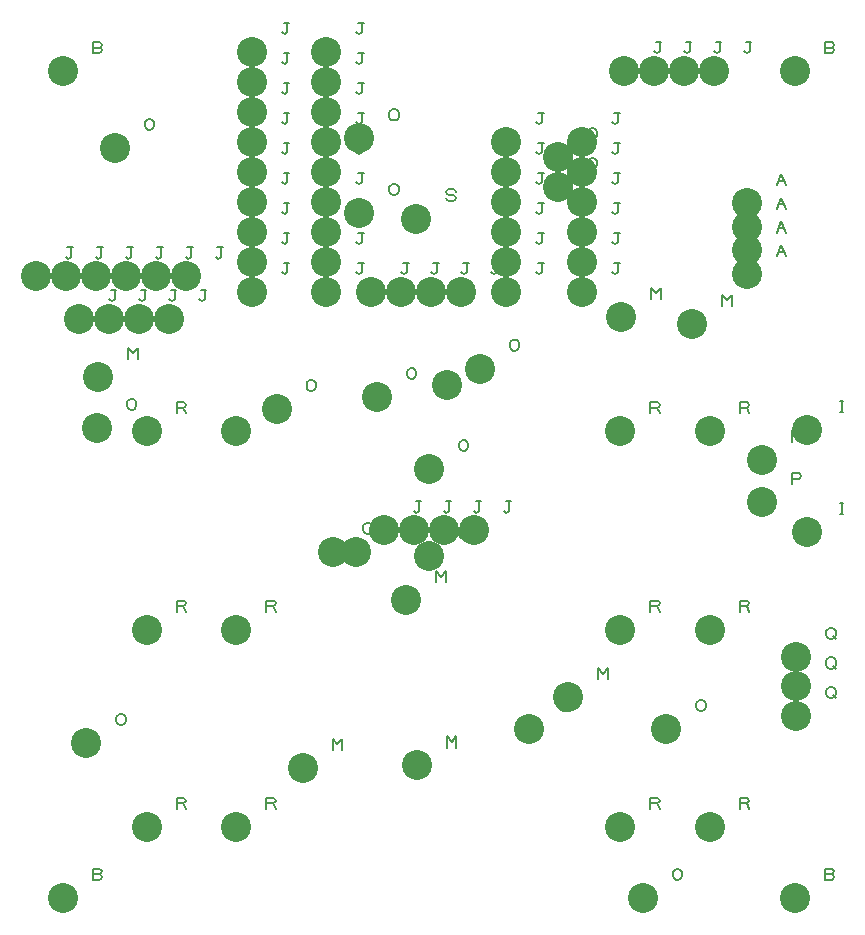
<source format=gbr>
G04 DesignSpark PCB Gerber Version 10.0 Build 5299*
%FSLAX35Y35*%
%MOMM*%
%ADD10C,0.12700*%
%ADD25C,2.54000*%
X0Y0D02*
D02*
D10*
X1369240Y6541930D02*
X1377180Y6533990D01*
X1393050Y6526050D01*
X1408930Y6533990D01*
X1416870Y6541930D01*
Y6621300D01*
X1432740D01*
X1416870D02*
X1385120D01*
X1654800Y1313680D02*
X1670680Y1305740D01*
X1678620Y1289870D01*
X1670680Y1273990D01*
X1654800Y1266050D01*
X1599240D01*
Y1361300D01*
X1654800D01*
X1670680Y1353370D01*
X1678620Y1337490D01*
X1670680Y1321620D01*
X1654800Y1313680D01*
X1599240D01*
X1654800Y8313680D02*
X1670680Y8305740D01*
X1678620Y8289870D01*
X1670680Y8273990D01*
X1654800Y8266050D01*
X1599240D01*
Y8361300D01*
X1654800D01*
X1670680Y8353370D01*
X1678620Y8337490D01*
X1670680Y8321620D01*
X1654800Y8313680D01*
X1599240D01*
X1623240Y6541930D02*
X1631180Y6533990D01*
X1647050Y6526050D01*
X1662930Y6533990D01*
X1670870Y6541930D01*
Y6621300D01*
X1686740D01*
X1670870D02*
X1639120D01*
X1736070Y6181930D02*
X1744010Y6173990D01*
X1759880Y6166050D01*
X1775760Y6173990D01*
X1783700Y6181930D01*
Y6261300D01*
X1799570D01*
X1783700D02*
X1751950D01*
X1799240Y2607800D02*
Y2639550D01*
X1807180Y2655430D01*
X1815120Y2663370D01*
X1830990Y2671300D01*
X1846870D01*
X1862740Y2663370D01*
X1870680Y2655430D01*
X1878620Y2639550D01*
Y2607800D01*
X1870680Y2591930D01*
X1862740Y2583990D01*
X1846870Y2576050D01*
X1830990D01*
X1815120Y2583990D01*
X1807180Y2591930D01*
X1799240Y2607800D01*
X1877240Y6541930D02*
X1885180Y6533990D01*
X1901050Y6526050D01*
X1916930Y6533990D01*
X1924870Y6541930D01*
Y6621300D01*
X1940740D01*
X1924870D02*
X1893120D01*
X1889240Y5277800D02*
Y5309550D01*
X1897180Y5325430D01*
X1905120Y5333370D01*
X1920990Y5341300D01*
X1936870D01*
X1952740Y5333370D01*
X1960680Y5325430D01*
X1968620Y5309550D01*
Y5277800D01*
X1960680Y5261930D01*
X1952740Y5253990D01*
X1936870Y5246050D01*
X1920990D01*
X1905120Y5253990D01*
X1897180Y5261930D01*
X1889240Y5277800D01*
X1899240Y5676050D02*
Y5771300D01*
X1938930Y5723680D01*
X1978620Y5771300D01*
Y5676050D01*
X1990070Y6181930D02*
X1998010Y6173990D01*
X2013880Y6166050D01*
X2029760Y6173990D01*
X2037700Y6181930D01*
Y6261300D01*
X2053570D01*
X2037700D02*
X2005950D01*
X2039240Y7647800D02*
Y7679550D01*
X2047180Y7695430D01*
X2055120Y7703370D01*
X2070990Y7711300D01*
X2086870D01*
X2102740Y7703370D01*
X2110680Y7695430D01*
X2118620Y7679550D01*
Y7647800D01*
X2110680Y7631930D01*
X2102740Y7623990D01*
X2086870Y7616050D01*
X2070990D01*
X2055120Y7623990D01*
X2047180Y7631930D01*
X2039240Y7647800D01*
X2131240Y6541930D02*
X2139180Y6533990D01*
X2155050Y6526050D01*
X2170930Y6533990D01*
X2178870Y6541930D01*
Y6621300D01*
X2194740D01*
X2178870D02*
X2147120D01*
X2244070Y6181930D02*
X2252010Y6173990D01*
X2267880Y6166050D01*
X2283760Y6173990D01*
X2291700Y6181930D01*
Y6261300D01*
X2307570D01*
X2291700D02*
X2259950D01*
X2309240Y1866050D02*
Y1961300D01*
X2364800D01*
X2380680Y1953370D01*
X2388620Y1937490D01*
X2380680Y1921620D01*
X2364800Y1913680D01*
X2309240D01*
X2364800D02*
X2388620Y1866050D01*
X2309240Y3536050D02*
Y3631300D01*
X2364800D01*
X2380680Y3623370D01*
X2388620Y3607490D01*
X2380680Y3591620D01*
X2364800Y3583680D01*
X2309240D01*
X2364800D02*
X2388620Y3536050D01*
X2309240Y5216050D02*
Y5311300D01*
X2364800D01*
X2380680Y5303370D01*
X2388620Y5287490D01*
X2380680Y5271620D01*
X2364800Y5263680D01*
X2309240D01*
X2364800D02*
X2388620Y5216050D01*
X2385240Y6541930D02*
X2393180Y6533990D01*
X2409050Y6526050D01*
X2424930Y6533990D01*
X2432870Y6541930D01*
Y6621300D01*
X2448740D01*
X2432870D02*
X2401120D01*
X2498070Y6181930D02*
X2506010Y6173990D01*
X2521880Y6166050D01*
X2537760Y6173990D01*
X2545700Y6181930D01*
Y6261300D01*
X2561570D01*
X2545700D02*
X2513950D01*
X2639240Y6541930D02*
X2647180Y6533990D01*
X2663050Y6526050D01*
X2678930Y6533990D01*
X2686870Y6541930D01*
Y6621300D01*
X2702740D01*
X2686870D02*
X2655120D01*
X3069240Y1866050D02*
Y1961300D01*
X3124800D01*
X3140680Y1953370D01*
X3148620Y1937490D01*
X3140680Y1921620D01*
X3124800Y1913680D01*
X3069240D01*
X3124800D02*
X3148620Y1866050D01*
X3069240Y3536050D02*
Y3631300D01*
X3124800D01*
X3140680Y3623370D01*
X3148620Y3607490D01*
X3140680Y3591620D01*
X3124800Y3583680D01*
X3069240D01*
X3124800D02*
X3148620Y3536050D01*
X3069240Y5216050D02*
Y5311300D01*
X3124800D01*
X3140680Y5303370D01*
X3148620Y5287490D01*
X3140680Y5271620D01*
X3124800Y5263680D01*
X3069240D01*
X3124800D02*
X3148620Y5216050D01*
X3199240Y6409930D02*
X3207180Y6401990D01*
X3223050Y6394050D01*
X3238930Y6401990D01*
X3246870Y6409930D01*
Y6489300D01*
X3262740D01*
X3246870D02*
X3215120D01*
X3199240Y6663930D02*
X3207180Y6655990D01*
X3223050Y6648050D01*
X3238930Y6655990D01*
X3246870Y6663930D01*
Y6743300D01*
X3262740D01*
X3246870D02*
X3215120D01*
X3199240Y6917930D02*
X3207180Y6909990D01*
X3223050Y6902050D01*
X3238930Y6909990D01*
X3246870Y6917930D01*
Y6997300D01*
X3262740D01*
X3246870D02*
X3215120D01*
X3199240Y7171930D02*
X3207180Y7163990D01*
X3223050Y7156050D01*
X3238930Y7163990D01*
X3246870Y7171930D01*
Y7251300D01*
X3262740D01*
X3246870D02*
X3215120D01*
X3199240Y7425930D02*
X3207180Y7417990D01*
X3223050Y7410050D01*
X3238930Y7417990D01*
X3246870Y7425930D01*
Y7505300D01*
X3262740D01*
X3246870D02*
X3215120D01*
X3199240Y7679930D02*
X3207180Y7671990D01*
X3223050Y7664050D01*
X3238930Y7671990D01*
X3246870Y7679930D01*
Y7759300D01*
X3262740D01*
X3246870D02*
X3215120D01*
X3199240Y7933930D02*
X3207180Y7925990D01*
X3223050Y7918050D01*
X3238930Y7925990D01*
X3246870Y7933930D01*
Y8013300D01*
X3262740D01*
X3246870D02*
X3215120D01*
X3199240Y8187930D02*
X3207180Y8179990D01*
X3223050Y8172050D01*
X3238930Y8179990D01*
X3246870Y8187930D01*
Y8267300D01*
X3262740D01*
X3246870D02*
X3215120D01*
X3199240Y8441930D02*
X3207180Y8433990D01*
X3223050Y8426050D01*
X3238930Y8433990D01*
X3246870Y8441930D01*
Y8521300D01*
X3262740D01*
X3246870D02*
X3215120D01*
X3409240Y5437800D02*
Y5469550D01*
X3417180Y5485430D01*
X3425120Y5493370D01*
X3440990Y5501300D01*
X3456870D01*
X3472740Y5493370D01*
X3480680Y5485430D01*
X3488620Y5469550D01*
Y5437800D01*
X3480680Y5421930D01*
X3472740Y5413990D01*
X3456870Y5406050D01*
X3440990D01*
X3425120Y5413990D01*
X3417180Y5421930D01*
X3409240Y5437800D01*
X3629240Y2366050D02*
Y2461300D01*
X3668930Y2413680D01*
X3708620Y2461300D01*
Y2366050D01*
X3829240Y6409930D02*
X3837180Y6401990D01*
X3853050Y6394050D01*
X3868930Y6401990D01*
X3876870Y6409930D01*
Y6489300D01*
X3892740D01*
X3876870D02*
X3845120D01*
X3829240Y6663930D02*
X3837180Y6655990D01*
X3853050Y6648050D01*
X3868930Y6655990D01*
X3876870Y6663930D01*
Y6743300D01*
X3892740D01*
X3876870D02*
X3845120D01*
X3829240Y6917930D02*
X3837180Y6909990D01*
X3853050Y6902050D01*
X3868930Y6909990D01*
X3876870Y6917930D01*
Y6997300D01*
X3892740D01*
X3876870D02*
X3845120D01*
X3829240Y7171930D02*
X3837180Y7163990D01*
X3853050Y7156050D01*
X3868930Y7163990D01*
X3876870Y7171930D01*
Y7251300D01*
X3892740D01*
X3876870D02*
X3845120D01*
X3829240Y7425930D02*
X3837180Y7417990D01*
X3853050Y7410050D01*
X3868930Y7417990D01*
X3876870Y7425930D01*
Y7505300D01*
X3892740D01*
X3876870D02*
X3845120D01*
X3829240Y7679930D02*
X3837180Y7671990D01*
X3853050Y7664050D01*
X3868930Y7671990D01*
X3876870Y7679930D01*
Y7759300D01*
X3892740D01*
X3876870D02*
X3845120D01*
X3829240Y7933930D02*
X3837180Y7925990D01*
X3853050Y7918050D01*
X3868930Y7925990D01*
X3876870Y7933930D01*
Y8013300D01*
X3892740D01*
X3876870D02*
X3845120D01*
X3829240Y8187930D02*
X3837180Y8179990D01*
X3853050Y8172050D01*
X3868930Y8179990D01*
X3876870Y8187930D01*
Y8267300D01*
X3892740D01*
X3876870D02*
X3845120D01*
X3829240Y8441930D02*
X3837180Y8433990D01*
X3853050Y8426050D01*
X3868930Y8433990D01*
X3876870Y8441930D01*
Y8521300D01*
X3892740D01*
X3876870D02*
X3845120D01*
X3889240Y4227800D02*
Y4259550D01*
X3897180Y4275430D01*
X3905120Y4283370D01*
X3920990Y4291300D01*
X3936870D01*
X3952740Y4283370D01*
X3960680Y4275430D01*
X3968620Y4259550D01*
Y4227800D01*
X3960680Y4211930D01*
X3952740Y4203990D01*
X3936870Y4196050D01*
X3920990D01*
X3905120Y4203990D01*
X3897180Y4211930D01*
X3889240Y4227800D01*
X4079240D02*
Y4259550D01*
X4087180Y4275430D01*
X4095120Y4283370D01*
X4110990Y4291300D01*
X4126870D01*
X4142740Y4283370D01*
X4150680Y4275430D01*
X4158620Y4259550D01*
Y4227800D01*
X4150680Y4211930D01*
X4142740Y4203990D01*
X4126870Y4196050D01*
X4110990D01*
X4095120Y4203990D01*
X4087180Y4211930D01*
X4079240Y4227800D01*
X4109240Y7097800D02*
Y7129550D01*
X4117180Y7145430D01*
X4125120Y7153370D01*
X4140990Y7161300D01*
X4156870D01*
X4172740Y7153370D01*
X4180680Y7145430D01*
X4188620Y7129550D01*
Y7097800D01*
X4180680Y7081930D01*
X4172740Y7073990D01*
X4156870Y7066050D01*
X4140990D01*
X4125120Y7073990D01*
X4117180Y7081930D01*
X4109240Y7097800D01*
Y7727800D02*
Y7759550D01*
X4117180Y7775430D01*
X4125120Y7783370D01*
X4140990Y7791300D01*
X4156870D01*
X4172740Y7783370D01*
X4180680Y7775430D01*
X4188620Y7759550D01*
Y7727800D01*
X4180680Y7711930D01*
X4172740Y7703990D01*
X4156870Y7696050D01*
X4140990D01*
X4125120Y7703990D01*
X4117180Y7711930D01*
X4109240Y7727800D01*
X4210240Y6409930D02*
X4218180Y6401990D01*
X4234050Y6394050D01*
X4249930Y6401990D01*
X4257870Y6409930D01*
Y6489300D01*
X4273740D01*
X4257870D02*
X4226120D01*
X4259240Y5537800D02*
Y5569550D01*
X4267180Y5585430D01*
X4275120Y5593370D01*
X4290990Y5601300D01*
X4306870D01*
X4322740Y5593370D01*
X4330680Y5585430D01*
X4338620Y5569550D01*
Y5537800D01*
X4330680Y5521930D01*
X4322740Y5513990D01*
X4306870Y5506050D01*
X4290990D01*
X4275120Y5513990D01*
X4267180Y5521930D01*
X4259240Y5537800D01*
X4316070Y4391930D02*
X4324010Y4383990D01*
X4339880Y4376050D01*
X4355760Y4383990D01*
X4363700Y4391930D01*
Y4471300D01*
X4379570D01*
X4363700D02*
X4331950D01*
X4464240Y6409930D02*
X4472180Y6401990D01*
X4488050Y6394050D01*
X4503930Y6401990D01*
X4511870Y6409930D01*
Y6489300D01*
X4527740D01*
X4511870D02*
X4480120D01*
X4509240Y3786050D02*
Y3881300D01*
X4548930Y3833680D01*
X4588620Y3881300D01*
Y3786050D01*
X4570070Y4391930D02*
X4578010Y4383990D01*
X4593880Y4376050D01*
X4609760Y4383990D01*
X4617700Y4391930D01*
Y4471300D01*
X4633570D01*
X4617700D02*
X4585950D01*
X4591240Y7040170D02*
X4599180Y7024290D01*
X4615050Y7016350D01*
X4646800D01*
X4662680Y7024290D01*
X4670620Y7040170D01*
X4662680Y7056040D01*
X4646800Y7063980D01*
X4615050D01*
X4599180Y7071920D01*
X4591240Y7087790D01*
X4599180Y7103670D01*
X4615050Y7111600D01*
X4646800D01*
X4662680Y7103670D01*
X4670620Y7087790D01*
X4599240Y2386050D02*
Y2481300D01*
X4638930Y2433680D01*
X4678620Y2481300D01*
Y2386050D01*
X4699240Y4187800D02*
Y4219550D01*
X4707180Y4235430D01*
X4715120Y4243370D01*
X4730990Y4251300D01*
X4746870D01*
X4762740Y4243370D01*
X4770680Y4235430D01*
X4778620Y4219550D01*
Y4187800D01*
X4770680Y4171930D01*
X4762740Y4163990D01*
X4746870Y4156050D01*
X4730990D01*
X4715120Y4163990D01*
X4707180Y4171930D01*
X4699240Y4187800D01*
Y4927800D02*
Y4959550D01*
X4707180Y4975430D01*
X4715120Y4983370D01*
X4730990Y4991300D01*
X4746870D01*
X4762740Y4983370D01*
X4770680Y4975430D01*
X4778620Y4959550D01*
Y4927800D01*
X4770680Y4911930D01*
X4762740Y4903990D01*
X4746870Y4896050D01*
X4730990D01*
X4715120Y4903990D01*
X4707180Y4911930D01*
X4699240Y4927800D01*
X4718240Y6409930D02*
X4726180Y6401990D01*
X4742050Y6394050D01*
X4757930Y6401990D01*
X4765870Y6409930D01*
Y6489300D01*
X4781740D01*
X4765870D02*
X4734120D01*
X4824070Y4391930D02*
X4832010Y4383990D01*
X4847880Y4376050D01*
X4863760Y4383990D01*
X4871700Y4391930D01*
Y4471300D01*
X4887570D01*
X4871700D02*
X4839950D01*
X4849240Y5637800D02*
Y5669550D01*
X4857180Y5685430D01*
X4865120Y5693370D01*
X4880990Y5701300D01*
X4896870D01*
X4912740Y5693370D01*
X4920680Y5685430D01*
X4928620Y5669550D01*
Y5637800D01*
X4920680Y5621930D01*
X4912740Y5613990D01*
X4896870Y5606050D01*
X4880990D01*
X4865120Y5613990D01*
X4857180Y5621930D01*
X4849240Y5637800D01*
X4972240Y6409930D02*
X4980180Y6401990D01*
X4996050Y6394050D01*
X5011930Y6401990D01*
X5019870Y6409930D01*
Y6489300D01*
X5035740D01*
X5019870D02*
X4988120D01*
X5078070Y4391930D02*
X5086010Y4383990D01*
X5101880Y4376050D01*
X5117760Y4383990D01*
X5125700Y4391930D01*
Y4471300D01*
X5141570D01*
X5125700D02*
X5093950D01*
X5129240Y5777800D02*
Y5809550D01*
X5137180Y5825430D01*
X5145120Y5833370D01*
X5160990Y5841300D01*
X5176870D01*
X5192740Y5833370D01*
X5200680Y5825430D01*
X5208620Y5809550D01*
Y5777800D01*
X5200680Y5761930D01*
X5192740Y5753990D01*
X5176870Y5746050D01*
X5160990D01*
X5145120Y5753990D01*
X5137180Y5761930D01*
X5129240Y5777800D01*
X5353240Y6409930D02*
X5361180Y6401990D01*
X5377050Y6394050D01*
X5392930Y6401990D01*
X5400870Y6409930D01*
Y6489300D01*
X5416740D01*
X5400870D02*
X5369120D01*
X5353240Y6663930D02*
X5361180Y6655990D01*
X5377050Y6648050D01*
X5392930Y6655990D01*
X5400870Y6663930D01*
Y6743300D01*
X5416740D01*
X5400870D02*
X5369120D01*
X5353240Y6917930D02*
X5361180Y6909990D01*
X5377050Y6902050D01*
X5392930Y6909990D01*
X5400870Y6917930D01*
Y6997300D01*
X5416740D01*
X5400870D02*
X5369120D01*
X5353240Y7171930D02*
X5361180Y7163990D01*
X5377050Y7156050D01*
X5392930Y7163990D01*
X5400870Y7171930D01*
Y7251300D01*
X5416740D01*
X5400870D02*
X5369120D01*
X5353240Y7425930D02*
X5361180Y7417990D01*
X5377050Y7410050D01*
X5392930Y7417990D01*
X5400870Y7425930D01*
Y7505300D01*
X5416740D01*
X5400870D02*
X5369120D01*
X5353240Y7679930D02*
X5361180Y7671990D01*
X5377050Y7664050D01*
X5392930Y7671990D01*
X5400870Y7679930D01*
Y7759300D01*
X5416740D01*
X5400870D02*
X5369120D01*
X5549240Y2727800D02*
Y2759550D01*
X5557180Y2775430D01*
X5565120Y2783370D01*
X5580990Y2791300D01*
X5596870D01*
X5612740Y2783370D01*
X5620680Y2775430D01*
X5628620Y2759550D01*
Y2727800D01*
X5620680Y2711930D01*
X5612740Y2703990D01*
X5596870Y2696050D01*
X5580990D01*
X5565120Y2703990D01*
X5557180Y2711930D01*
X5549240Y2727800D01*
X5789240Y7317800D02*
Y7349550D01*
X5797180Y7365430D01*
X5805120Y7373370D01*
X5820990Y7381300D01*
X5836870D01*
X5852740Y7373370D01*
X5860680Y7365430D01*
X5868620Y7349550D01*
Y7317800D01*
X5860680Y7301930D01*
X5852740Y7293990D01*
X5836870Y7286050D01*
X5820990D01*
X5805120Y7293990D01*
X5797180Y7301930D01*
X5789240Y7317800D01*
Y7567800D02*
Y7599550D01*
X5797180Y7615430D01*
X5805120Y7623370D01*
X5820990Y7631300D01*
X5836870D01*
X5852740Y7623370D01*
X5860680Y7615430D01*
X5868620Y7599550D01*
Y7567800D01*
X5860680Y7551930D01*
X5852740Y7543990D01*
X5836870Y7536050D01*
X5820990D01*
X5805120Y7543990D01*
X5797180Y7551930D01*
X5789240Y7567800D01*
X5879240Y2966050D02*
Y3061300D01*
X5918930Y3013680D01*
X5958620Y3061300D01*
Y2966050D01*
X5999240Y6411930D02*
X6007180Y6403990D01*
X6023050Y6396050D01*
X6038930Y6403990D01*
X6046870Y6411930D01*
Y6491300D01*
X6062740D01*
X6046870D02*
X6015120D01*
X5999240Y6665930D02*
X6007180Y6657990D01*
X6023050Y6650050D01*
X6038930Y6657990D01*
X6046870Y6665930D01*
Y6745300D01*
X6062740D01*
X6046870D02*
X6015120D01*
X5999240Y6919930D02*
X6007180Y6911990D01*
X6023050Y6904050D01*
X6038930Y6911990D01*
X6046870Y6919930D01*
Y6999300D01*
X6062740D01*
X6046870D02*
X6015120D01*
X5999240Y7173930D02*
X6007180Y7165990D01*
X6023050Y7158050D01*
X6038930Y7165990D01*
X6046870Y7173930D01*
Y7253300D01*
X6062740D01*
X6046870D02*
X6015120D01*
X5999240Y7427930D02*
X6007180Y7419990D01*
X6023050Y7412050D01*
X6038930Y7419990D01*
X6046870Y7427930D01*
Y7507300D01*
X6062740D01*
X6046870D02*
X6015120D01*
X5999240Y7681930D02*
X6007180Y7673990D01*
X6023050Y7666050D01*
X6038930Y7673990D01*
X6046870Y7681930D01*
Y7761300D01*
X6062740D01*
X6046870D02*
X6015120D01*
X6319240Y1866050D02*
Y1961300D01*
X6374800D01*
X6390680Y1953370D01*
X6398620Y1937490D01*
X6390680Y1921620D01*
X6374800Y1913680D01*
X6319240D01*
X6374800D02*
X6398620Y1866050D01*
X6319240Y3536050D02*
Y3631300D01*
X6374800D01*
X6390680Y3623370D01*
X6398620Y3607490D01*
X6390680Y3591620D01*
X6374800Y3583680D01*
X6319240D01*
X6374800D02*
X6398620Y3536050D01*
X6319240Y5216050D02*
Y5311300D01*
X6374800D01*
X6390680Y5303370D01*
X6398620Y5287490D01*
X6390680Y5271620D01*
X6374800Y5263680D01*
X6319240D01*
X6374800D02*
X6398620Y5216050D01*
X6329240Y6186050D02*
Y6281300D01*
X6368930Y6233680D01*
X6408620Y6281300D01*
Y6186050D01*
X6350410Y8281930D02*
X6358350Y8273990D01*
X6374220Y8266050D01*
X6390100Y8273990D01*
X6398040Y8281930D01*
Y8361300D01*
X6413910D01*
X6398040D02*
X6366290D01*
X6509240Y1297800D02*
Y1329550D01*
X6517180Y1345430D01*
X6525120Y1353370D01*
X6540990Y1361300D01*
X6556870D01*
X6572740Y1353370D01*
X6580680Y1345430D01*
X6588620Y1329550D01*
Y1297800D01*
X6580680Y1281930D01*
X6572740Y1273990D01*
X6556870Y1266050D01*
X6540990D01*
X6525120Y1273990D01*
X6517180Y1281930D01*
X6509240Y1297800D01*
X6604410Y8281930D02*
X6612350Y8273990D01*
X6628220Y8266050D01*
X6644100Y8273990D01*
X6652040Y8281930D01*
Y8361300D01*
X6667910D01*
X6652040D02*
X6620290D01*
X6709240Y2727800D02*
Y2759550D01*
X6717180Y2775430D01*
X6725120Y2783370D01*
X6740990Y2791300D01*
X6756870D01*
X6772740Y2783370D01*
X6780680Y2775430D01*
X6788620Y2759550D01*
Y2727800D01*
X6780680Y2711930D01*
X6772740Y2703990D01*
X6756870Y2696050D01*
X6740990D01*
X6725120Y2703990D01*
X6717180Y2711930D01*
X6709240Y2727800D01*
X6858410Y8281930D02*
X6866350Y8273990D01*
X6882220Y8266050D01*
X6898100Y8273990D01*
X6906040Y8281930D01*
Y8361300D01*
X6921910D01*
X6906040D02*
X6874290D01*
X6929240Y6126050D02*
Y6221300D01*
X6968930Y6173680D01*
X7008620Y6221300D01*
Y6126050D01*
X7079240Y1866050D02*
Y1961300D01*
X7134800D01*
X7150680Y1953370D01*
X7158620Y1937490D01*
X7150680Y1921620D01*
X7134800Y1913680D01*
X7079240D01*
X7134800D02*
X7158620Y1866050D01*
X7079240Y3536050D02*
Y3631300D01*
X7134800D01*
X7150680Y3623370D01*
X7158620Y3607490D01*
X7150680Y3591620D01*
X7134800Y3583680D01*
X7079240D01*
X7134800D02*
X7158620Y3536050D01*
X7079240Y5216050D02*
Y5311300D01*
X7134800D01*
X7150680Y5303370D01*
X7158620Y5287490D01*
X7150680Y5271620D01*
X7134800Y5263680D01*
X7079240D01*
X7134800D02*
X7158620Y5216050D01*
X7112410Y8281930D02*
X7120350Y8273990D01*
X7136220Y8266050D01*
X7152100Y8273990D01*
X7160040Y8281930D01*
Y8361300D01*
X7175910D01*
X7160040D02*
X7128290D01*
X7389240Y6546050D02*
X7428930Y6641300D01*
X7468620Y6546050D01*
X7405120Y6585740D02*
X7452740D01*
X7389240Y6746050D02*
X7428930Y6841300D01*
X7468620Y6746050D01*
X7405120Y6785740D02*
X7452740D01*
X7389240Y6946050D02*
X7428930Y7041300D01*
X7468620Y6946050D01*
X7405120Y6985740D02*
X7452740D01*
X7389240Y7146050D02*
X7428930Y7241300D01*
X7468620Y7146050D01*
X7405120Y7185740D02*
X7452740D01*
X7519240Y4616050D02*
Y4711300D01*
X7574800D01*
X7590680Y4703370D01*
X7598620Y4687490D01*
X7590680Y4671620D01*
X7574800Y4663680D01*
X7519240D01*
Y4976050D02*
Y5071300D01*
X7574800D01*
X7590680Y5063370D01*
X7598620Y5047490D01*
X7590680Y5031620D01*
X7574800Y5023680D01*
X7519240D01*
X7854800Y1313680D02*
X7870680Y1305740D01*
X7878620Y1289870D01*
X7870680Y1273990D01*
X7854800Y1266050D01*
X7799240D01*
Y1361300D01*
X7854800D01*
X7870680Y1353370D01*
X7878620Y1337490D01*
X7870680Y1321620D01*
X7854800Y1313680D01*
X7799240D01*
X7854800Y8313680D02*
X7870680Y8305740D01*
X7878620Y8289870D01*
X7870680Y8273990D01*
X7854800Y8266050D01*
X7799240D01*
Y8361300D01*
X7854800D01*
X7870680Y8353370D01*
X7878620Y8337490D01*
X7870680Y8321620D01*
X7854800Y8313680D01*
X7799240D01*
X7809240Y2837800D02*
Y2869550D01*
X7817180Y2885430D01*
X7825120Y2893370D01*
X7840990Y2901300D01*
X7856870D01*
X7872740Y2893370D01*
X7880680Y2885430D01*
X7888620Y2869550D01*
Y2837800D01*
X7880680Y2821930D01*
X7872740Y2813990D01*
X7856870Y2806050D01*
X7840990D01*
X7825120Y2813990D01*
X7817180Y2821930D01*
X7809240Y2837800D01*
X7864800Y2829870D02*
X7888620Y2806050D01*
X7809240Y3087800D02*
Y3119550D01*
X7817180Y3135430D01*
X7825120Y3143370D01*
X7840990Y3151300D01*
X7856870D01*
X7872740Y3143370D01*
X7880680Y3135430D01*
X7888620Y3119550D01*
Y3087800D01*
X7880680Y3071930D01*
X7872740Y3063990D01*
X7856870Y3056050D01*
X7840990D01*
X7825120Y3063990D01*
X7817180Y3071930D01*
X7809240Y3087800D01*
X7864800Y3079870D02*
X7888620Y3056050D01*
X7809240Y3337800D02*
Y3369550D01*
X7817180Y3385430D01*
X7825120Y3393370D01*
X7840990Y3401300D01*
X7856870D01*
X7872740Y3393370D01*
X7880680Y3385430D01*
X7888620Y3369550D01*
Y3337800D01*
X7880680Y3321930D01*
X7872740Y3313990D01*
X7856870Y3306050D01*
X7840990D01*
X7825120Y3313990D01*
X7817180Y3321930D01*
X7809240Y3337800D01*
X7864800Y3329870D02*
X7888620Y3306050D01*
X7923050Y4364050D02*
X7954800D01*
X7938930D02*
Y4459300D01*
X7923050D02*
X7954800D01*
X7923050Y5228050D02*
X7954800D01*
X7938930D02*
Y5323300D01*
X7923050D02*
X7954800D01*
D02*
D25*
X1115240Y6375240D03*
X1345240Y1115240D03*
Y8115240D03*
X1369240Y6375240D03*
X1482070Y6015240D03*
X1545240Y2425240D03*
X1623240Y6375240D03*
X1635240Y5095240D03*
X1645240Y5525240D03*
X1736070Y6015240D03*
X1785240Y7465240D03*
X1877240Y6375240D03*
X1990070Y6015240D03*
X2055240Y1715240D03*
Y3385240D03*
Y5065240D03*
X2131240Y6375240D03*
X2244070Y6015240D03*
X2385240Y6375240D03*
X2815240Y1715240D03*
Y3385240D03*
Y5065240D03*
X2945240Y6243240D03*
Y6497240D03*
Y6751240D03*
Y7005240D03*
Y7259240D03*
Y7513240D03*
Y7767240D03*
Y8021240D03*
Y8275240D03*
X3155240Y5255240D03*
X3375240Y2215240D03*
X3575240Y6243240D03*
Y6497240D03*
Y6751240D03*
Y7005240D03*
Y7259240D03*
Y7513240D03*
Y7767240D03*
Y8021240D03*
Y8275240D03*
X3635240Y4045240D03*
X3825240D03*
X3855240Y6915240D03*
Y7545240D03*
X3956240Y6243240D03*
X4005240Y5355240D03*
X4062070Y4225240D03*
X4210240Y6243240D03*
X4255240Y3635240D03*
X4316070Y4225240D03*
X4337240Y6865540D03*
X4345240Y2235240D03*
X4445240Y4005240D03*
Y4745240D03*
X4464240Y6243240D03*
X4570070Y4225240D03*
X4595240Y5455240D03*
X4718240Y6243240D03*
X4824070Y4225240D03*
X4875240Y5595240D03*
X5099240Y6243240D03*
Y6497240D03*
Y6751240D03*
Y7005240D03*
Y7259240D03*
Y7513240D03*
X5295240Y2545240D03*
X5535240Y7135240D03*
Y7385240D03*
X5625240Y2815240D03*
X5745240Y6245240D03*
Y6499240D03*
Y6753240D03*
Y7007240D03*
Y7261240D03*
Y7515240D03*
X6065240Y1715240D03*
Y3385240D03*
Y5065240D03*
X6075240Y6035240D03*
X6096410Y8115240D03*
X6255240Y1115240D03*
X6350410Y8115240D03*
X6455240Y2545240D03*
X6604410Y8115240D03*
X6675240Y5975240D03*
X6825240Y1715240D03*
Y3385240D03*
Y5065240D03*
X6858410Y8115240D03*
X7135240Y6395240D03*
Y6595240D03*
Y6795240D03*
Y6995240D03*
X7265240Y4465240D03*
Y4825240D03*
X7545240Y1115240D03*
Y8115240D03*
X7555240Y2655240D03*
Y2905240D03*
Y3155240D03*
X7645240Y4213240D03*
Y5077240D03*
X0Y0D02*
M02*

</source>
